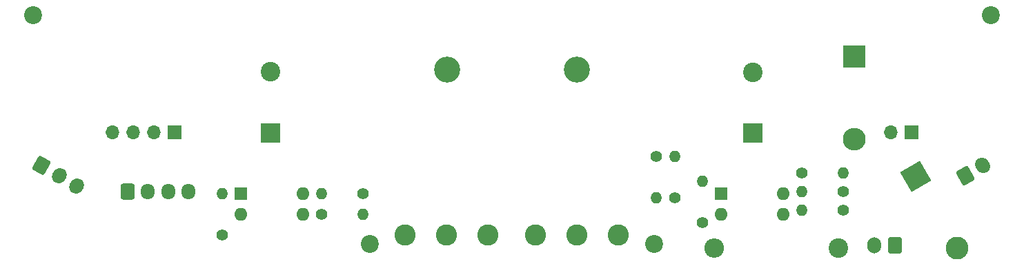
<source format=gbr>
%TF.GenerationSoftware,KiCad,Pcbnew,7.0.9*%
%TF.CreationDate,2024-01-11T17:23:10+09:00*%
%TF.ProjectId,KickerBoard,4b69636b-6572-4426-9f61-72642e6b6963,rev?*%
%TF.SameCoordinates,Original*%
%TF.FileFunction,Soldermask,Top*%
%TF.FilePolarity,Negative*%
%FSLAX46Y46*%
G04 Gerber Fmt 4.6, Leading zero omitted, Abs format (unit mm)*
G04 Created by KiCad (PCBNEW 7.0.9) date 2024-01-11 17:23:10*
%MOMM*%
%LPD*%
G01*
G04 APERTURE LIST*
G04 Aperture macros list*
%AMRoundRect*
0 Rectangle with rounded corners*
0 $1 Rounding radius*
0 $2 $3 $4 $5 $6 $7 $8 $9 X,Y pos of 4 corners*
0 Add a 4 corners polygon primitive as box body*
4,1,4,$2,$3,$4,$5,$6,$7,$8,$9,$2,$3,0*
0 Add four circle primitives for the rounded corners*
1,1,$1+$1,$2,$3*
1,1,$1+$1,$4,$5*
1,1,$1+$1,$6,$7*
1,1,$1+$1,$8,$9*
0 Add four rect primitives between the rounded corners*
20,1,$1+$1,$2,$3,$4,$5,0*
20,1,$1+$1,$4,$5,$6,$7,0*
20,1,$1+$1,$6,$7,$8,$9,0*
20,1,$1+$1,$8,$9,$2,$3,0*%
%AMHorizOval*
0 Thick line with rounded ends*
0 $1 width*
0 $2 $3 position (X,Y) of the first rounded end (center of the circle)*
0 $4 $5 position (X,Y) of the second rounded end (center of the circle)*
0 Add line between two ends*
20,1,$1,$2,$3,$4,$5,0*
0 Add two circle primitives to create the rounded ends*
1,1,$1,$2,$3*
1,1,$1,$4,$5*%
%AMRotRect*
0 Rectangle, with rotation*
0 The origin of the aperture is its center*
0 $1 length*
0 $2 width*
0 $3 Rotation angle, in degrees counterclockwise*
0 Add horizontal line*
21,1,$1,$2,0,0,$3*%
G04 Aperture macros list end*
%ADD10R,1.700000X1.700000*%
%ADD11O,1.700000X1.700000*%
%ADD12RoundRect,0.250000X-0.882115X-0.327868X0.157115X-0.927868X0.882115X0.327868X-0.157115X0.927868X0*%
%ADD13HorizOval,1.700000X-0.062500X-0.108253X0.062500X0.108253X0*%
%ADD14C,2.600000*%
%ADD15R,1.600000X1.600000*%
%ADD16O,1.600000X1.600000*%
%ADD17C,2.200000*%
%ADD18C,3.200000*%
%ADD19C,1.400000*%
%ADD20O,1.400000X1.400000*%
%ADD21R,2.400000X2.400000*%
%ADD22C,2.400000*%
%ADD23O,2.400000X2.400000*%
%ADD24RoundRect,0.250000X0.600000X0.750000X-0.600000X0.750000X-0.600000X-0.750000X0.600000X-0.750000X0*%
%ADD25O,1.700000X2.000000*%
%ADD26R,2.800000X2.800000*%
%ADD27O,2.800000X2.800000*%
%ADD28RotRect,2.800000X2.800000X300.000000*%
%ADD29HorizOval,2.800000X0.000000X0.000000X0.000000X0.000000X0*%
%ADD30RoundRect,0.250000X-0.144615X-0.949519X0.894615X-0.349519X0.144615X0.949519X-0.894615X0.349519X0*%
%ADD31HorizOval,1.700000X-0.075000X0.129904X0.075000X-0.129904X0*%
%ADD32RoundRect,0.250000X-0.600000X-0.725000X0.600000X-0.725000X0.600000X0.725000X-0.600000X0.725000X0*%
%ADD33O,1.700000X1.950000*%
G04 APERTURE END LIST*
D10*
%TO.C,PhotoIC*%
X98338000Y-94316000D03*
D11*
X95798000Y-94316000D03*
X93258000Y-94316000D03*
X90718000Y-94316000D03*
%TD*%
D12*
%TO.C,Signal*%
X81982937Y-98378213D03*
D13*
X84148001Y-99628213D03*
X86313064Y-100878213D03*
%TD*%
D14*
%TO.C,NMOS*%
X147701000Y-106934000D03*
X142621000Y-106934000D03*
X152781000Y-106934000D03*
%TD*%
D15*
%TO.C,U1*%
X106436000Y-101849000D03*
D16*
X106436000Y-104389000D03*
X114056000Y-104389000D03*
X114056000Y-101849000D03*
%TD*%
D17*
%TO.C,REF\u002A\u002A*%
X122224800Y-108000800D03*
%TD*%
D18*
%TO.C,REF\u002A\u002A*%
X131724400Y-86614000D03*
%TD*%
D19*
%TO.C,330*%
X157412000Y-97282000D03*
D20*
X157412000Y-102362000D03*
%TD*%
D19*
%TO.C,(1K)*%
X180340000Y-103886000D03*
D20*
X175260000Y-103886000D03*
%TD*%
D21*
%TO.C,C2*%
X110109000Y-94368000D03*
D22*
X110109000Y-86868000D03*
%TD*%
%TO.C,1*%
X179730400Y-108508800D03*
D23*
X164490400Y-108508800D03*
%TD*%
D19*
%TO.C,2K*%
X116332000Y-104394000D03*
D20*
X121412000Y-104394000D03*
%TD*%
D14*
%TO.C,PMOS*%
X131699000Y-106934000D03*
X126619000Y-106934000D03*
X136779000Y-106934000D03*
%TD*%
D19*
%TO.C,1K*%
X180340000Y-101600000D03*
D20*
X175260000Y-101600000D03*
%TD*%
D15*
%TO.C,U2*%
X165364000Y-101849000D03*
D16*
X165364000Y-104389000D03*
X172984000Y-104389000D03*
X172984000Y-101849000D03*
%TD*%
D17*
%TO.C,REF\u002A\u002A*%
X198424800Y-79908400D03*
%TD*%
D21*
%TO.C,C1*%
X169291000Y-94409780D03*
D22*
X169291000Y-86909780D03*
%TD*%
D19*
%TO.C,330*%
X104140000Y-106929000D03*
D20*
X104140000Y-101849000D03*
%TD*%
D17*
%TO.C,REF\u002A\u002A*%
X80975200Y-79908400D03*
%TD*%
%TO.C,REF\u002A\u002A*%
X157175200Y-108000800D03*
%TD*%
D19*
%TO.C,10K*%
X159698000Y-102362000D03*
D20*
X159698000Y-97282000D03*
%TD*%
D18*
%TO.C,REF\u002A\u002A*%
X147675600Y-86614000D03*
%TD*%
D24*
%TO.C,Solenoid*%
X186690000Y-108204000D03*
D25*
X184190000Y-108204000D03*
%TD*%
D26*
%TO.C,D2*%
X181711600Y-84988400D03*
D27*
X181711600Y-95148400D03*
%TD*%
D19*
%TO.C,2K*%
X175260000Y-99314000D03*
D20*
X180340000Y-99314000D03*
%TD*%
D28*
%TO.C,D1*%
X189230000Y-99740591D03*
D29*
X194310000Y-108539409D03*
%TD*%
D19*
%TO.C,330*%
X163068000Y-105410000D03*
D20*
X163068000Y-100330000D03*
%TD*%
D10*
%TO.C,LED*%
X188752000Y-94316000D03*
D11*
X186212000Y-94316000D03*
%TD*%
D30*
%TO.C,Power*%
X195312469Y-99618213D03*
D31*
X197477533Y-98368213D03*
%TD*%
D19*
%TO.C,1K*%
X121412000Y-101849000D03*
D20*
X116332000Y-101849000D03*
%TD*%
D32*
%TO.C,Touch*%
X92516000Y-101579000D03*
D33*
X95016000Y-101579000D03*
X97516000Y-101579000D03*
X100016000Y-101579000D03*
%TD*%
M02*

</source>
